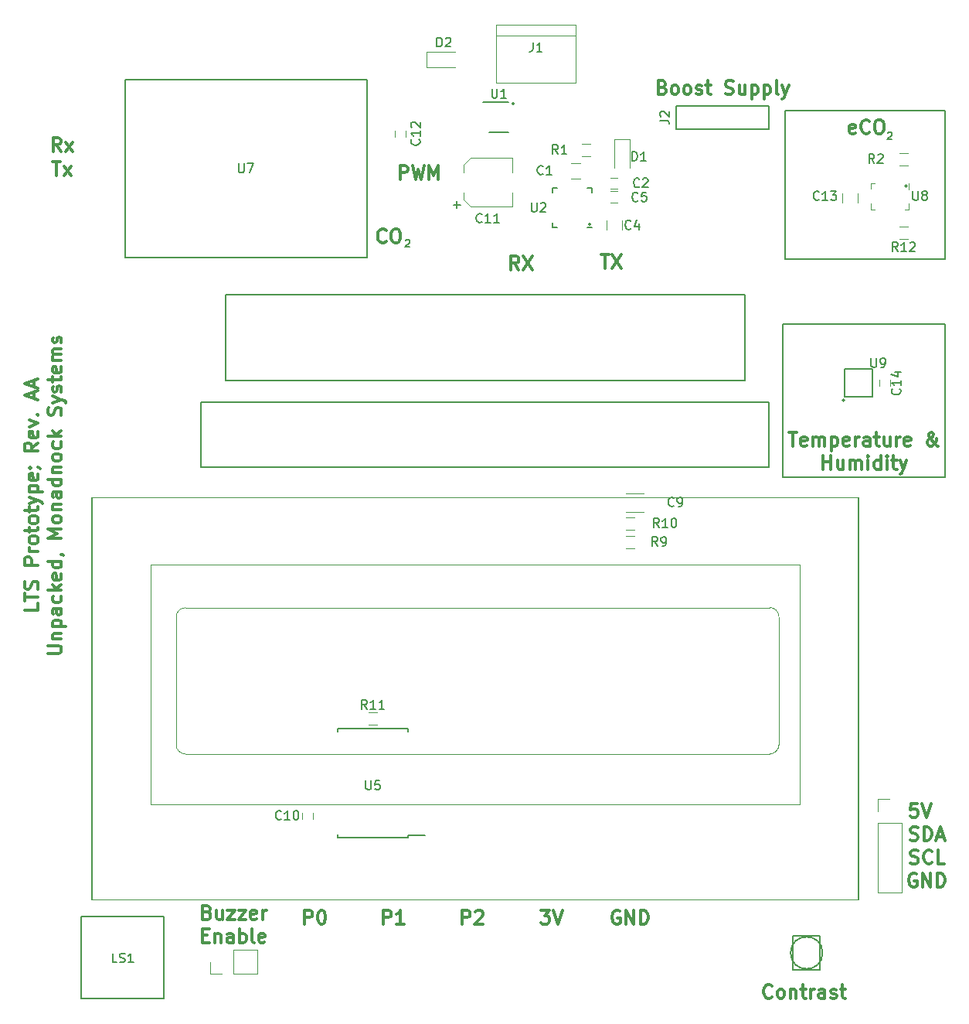
<source format=gbr>
G04 #@! TF.FileFunction,Legend,Top*
%FSLAX46Y46*%
G04 Gerber Fmt 4.6, Leading zero omitted, Abs format (unit mm)*
G04 Created by KiCad (PCBNEW 4.0.7) date Wed Feb 21 09:57:24 2018*
%MOMM*%
%LPD*%
G01*
G04 APERTURE LIST*
%ADD10C,0.025400*%
%ADD11C,0.200000*%
%ADD12C,0.300000*%
%ADD13C,0.190500*%
%ADD14C,0.120000*%
%ADD15C,0.150000*%
%ADD16C,0.100000*%
G04 APERTURE END LIST*
D10*
D11*
X183515000Y-70358000D02*
G75*
G03X183515000Y-70358000I-127000J0D01*
G01*
X190373000Y-46863000D02*
G75*
G03X190373000Y-46863000I-127000J0D01*
G01*
X155702000Y-51054000D02*
G75*
G03X155702000Y-51054000I-127000J0D01*
G01*
X147320000Y-37846000D02*
G75*
G03X147320000Y-37846000I-127000J0D01*
G01*
D12*
X156845143Y-54423571D02*
X157702286Y-54423571D01*
X157273715Y-55923571D02*
X157273715Y-54423571D01*
X158059429Y-54423571D02*
X159059429Y-55923571D01*
X159059429Y-54423571D02*
X158059429Y-55923571D01*
X134798857Y-46144571D02*
X134798857Y-44644571D01*
X135370285Y-44644571D01*
X135513143Y-44716000D01*
X135584571Y-44787429D01*
X135656000Y-44930286D01*
X135656000Y-45144571D01*
X135584571Y-45287429D01*
X135513143Y-45358857D01*
X135370285Y-45430286D01*
X134798857Y-45430286D01*
X136156000Y-44644571D02*
X136513143Y-46144571D01*
X136798857Y-45073143D01*
X137084571Y-46144571D01*
X137441714Y-44644571D01*
X138013143Y-46144571D02*
X138013143Y-44644571D01*
X138513143Y-45716000D01*
X139013143Y-44644571D01*
X139013143Y-46144571D01*
X147832001Y-56050571D02*
X147332001Y-55336286D01*
X146974858Y-56050571D02*
X146974858Y-54550571D01*
X147546286Y-54550571D01*
X147689144Y-54622000D01*
X147760572Y-54693429D01*
X147832001Y-54836286D01*
X147832001Y-55050571D01*
X147760572Y-55193429D01*
X147689144Y-55264857D01*
X147546286Y-55336286D01*
X146974858Y-55336286D01*
X148332001Y-54550571D02*
X149332001Y-56050571D01*
X149332001Y-54550571D02*
X148332001Y-56050571D01*
X96754286Y-44212771D02*
X97611429Y-44212771D01*
X97182858Y-45712771D02*
X97182858Y-44212771D01*
X97968572Y-45712771D02*
X98754286Y-44712771D01*
X97968572Y-44712771D02*
X98754286Y-45712771D01*
X97647143Y-43096571D02*
X97147143Y-42382286D01*
X96790000Y-43096571D02*
X96790000Y-41596571D01*
X97361428Y-41596571D01*
X97504286Y-41668000D01*
X97575714Y-41739429D01*
X97647143Y-41882286D01*
X97647143Y-42096571D01*
X97575714Y-42239429D01*
X97504286Y-42310857D01*
X97361428Y-42382286D01*
X96790000Y-42382286D01*
X98147143Y-43096571D02*
X98932857Y-42096571D01*
X98147143Y-42096571D02*
X98932857Y-43096571D01*
X163608572Y-36087857D02*
X163822858Y-36159286D01*
X163894286Y-36230714D01*
X163965715Y-36373571D01*
X163965715Y-36587857D01*
X163894286Y-36730714D01*
X163822858Y-36802143D01*
X163680000Y-36873571D01*
X163108572Y-36873571D01*
X163108572Y-35373571D01*
X163608572Y-35373571D01*
X163751429Y-35445000D01*
X163822858Y-35516429D01*
X163894286Y-35659286D01*
X163894286Y-35802143D01*
X163822858Y-35945000D01*
X163751429Y-36016429D01*
X163608572Y-36087857D01*
X163108572Y-36087857D01*
X164822858Y-36873571D02*
X164680000Y-36802143D01*
X164608572Y-36730714D01*
X164537143Y-36587857D01*
X164537143Y-36159286D01*
X164608572Y-36016429D01*
X164680000Y-35945000D01*
X164822858Y-35873571D01*
X165037143Y-35873571D01*
X165180000Y-35945000D01*
X165251429Y-36016429D01*
X165322858Y-36159286D01*
X165322858Y-36587857D01*
X165251429Y-36730714D01*
X165180000Y-36802143D01*
X165037143Y-36873571D01*
X164822858Y-36873571D01*
X166180001Y-36873571D02*
X166037143Y-36802143D01*
X165965715Y-36730714D01*
X165894286Y-36587857D01*
X165894286Y-36159286D01*
X165965715Y-36016429D01*
X166037143Y-35945000D01*
X166180001Y-35873571D01*
X166394286Y-35873571D01*
X166537143Y-35945000D01*
X166608572Y-36016429D01*
X166680001Y-36159286D01*
X166680001Y-36587857D01*
X166608572Y-36730714D01*
X166537143Y-36802143D01*
X166394286Y-36873571D01*
X166180001Y-36873571D01*
X167251429Y-36802143D02*
X167394286Y-36873571D01*
X167680001Y-36873571D01*
X167822858Y-36802143D01*
X167894286Y-36659286D01*
X167894286Y-36587857D01*
X167822858Y-36445000D01*
X167680001Y-36373571D01*
X167465715Y-36373571D01*
X167322858Y-36302143D01*
X167251429Y-36159286D01*
X167251429Y-36087857D01*
X167322858Y-35945000D01*
X167465715Y-35873571D01*
X167680001Y-35873571D01*
X167822858Y-35945000D01*
X168322858Y-35873571D02*
X168894287Y-35873571D01*
X168537144Y-35373571D02*
X168537144Y-36659286D01*
X168608572Y-36802143D01*
X168751430Y-36873571D01*
X168894287Y-36873571D01*
X170465715Y-36802143D02*
X170680001Y-36873571D01*
X171037144Y-36873571D01*
X171180001Y-36802143D01*
X171251430Y-36730714D01*
X171322858Y-36587857D01*
X171322858Y-36445000D01*
X171251430Y-36302143D01*
X171180001Y-36230714D01*
X171037144Y-36159286D01*
X170751430Y-36087857D01*
X170608572Y-36016429D01*
X170537144Y-35945000D01*
X170465715Y-35802143D01*
X170465715Y-35659286D01*
X170537144Y-35516429D01*
X170608572Y-35445000D01*
X170751430Y-35373571D01*
X171108572Y-35373571D01*
X171322858Y-35445000D01*
X172608572Y-35873571D02*
X172608572Y-36873571D01*
X171965715Y-35873571D02*
X171965715Y-36659286D01*
X172037143Y-36802143D01*
X172180001Y-36873571D01*
X172394286Y-36873571D01*
X172537143Y-36802143D01*
X172608572Y-36730714D01*
X173322858Y-35873571D02*
X173322858Y-37373571D01*
X173322858Y-35945000D02*
X173465715Y-35873571D01*
X173751429Y-35873571D01*
X173894286Y-35945000D01*
X173965715Y-36016429D01*
X174037144Y-36159286D01*
X174037144Y-36587857D01*
X173965715Y-36730714D01*
X173894286Y-36802143D01*
X173751429Y-36873571D01*
X173465715Y-36873571D01*
X173322858Y-36802143D01*
X174680001Y-35873571D02*
X174680001Y-37373571D01*
X174680001Y-35945000D02*
X174822858Y-35873571D01*
X175108572Y-35873571D01*
X175251429Y-35945000D01*
X175322858Y-36016429D01*
X175394287Y-36159286D01*
X175394287Y-36587857D01*
X175322858Y-36730714D01*
X175251429Y-36802143D01*
X175108572Y-36873571D01*
X174822858Y-36873571D01*
X174680001Y-36802143D01*
X176251430Y-36873571D02*
X176108572Y-36802143D01*
X176037144Y-36659286D01*
X176037144Y-35373571D01*
X176680001Y-35873571D02*
X177037144Y-36873571D01*
X177394286Y-35873571D02*
X177037144Y-36873571D01*
X176894286Y-37230714D01*
X176822858Y-37302143D01*
X176680001Y-37373571D01*
X95161571Y-92593427D02*
X95161571Y-93307713D01*
X93661571Y-93307713D01*
X93661571Y-92307713D02*
X93661571Y-91450570D01*
X95161571Y-91879141D02*
X93661571Y-91879141D01*
X95090143Y-91021999D02*
X95161571Y-90807713D01*
X95161571Y-90450570D01*
X95090143Y-90307713D01*
X95018714Y-90236284D01*
X94875857Y-90164856D01*
X94733000Y-90164856D01*
X94590143Y-90236284D01*
X94518714Y-90307713D01*
X94447286Y-90450570D01*
X94375857Y-90736284D01*
X94304429Y-90879142D01*
X94233000Y-90950570D01*
X94090143Y-91021999D01*
X93947286Y-91021999D01*
X93804429Y-90950570D01*
X93733000Y-90879142D01*
X93661571Y-90736284D01*
X93661571Y-90379142D01*
X93733000Y-90164856D01*
X95161571Y-88379142D02*
X93661571Y-88379142D01*
X93661571Y-87807714D01*
X93733000Y-87664856D01*
X93804429Y-87593428D01*
X93947286Y-87521999D01*
X94161571Y-87521999D01*
X94304429Y-87593428D01*
X94375857Y-87664856D01*
X94447286Y-87807714D01*
X94447286Y-88379142D01*
X95161571Y-86879142D02*
X94161571Y-86879142D01*
X94447286Y-86879142D02*
X94304429Y-86807714D01*
X94233000Y-86736285D01*
X94161571Y-86593428D01*
X94161571Y-86450571D01*
X95161571Y-85736285D02*
X95090143Y-85879143D01*
X95018714Y-85950571D01*
X94875857Y-86022000D01*
X94447286Y-86022000D01*
X94304429Y-85950571D01*
X94233000Y-85879143D01*
X94161571Y-85736285D01*
X94161571Y-85522000D01*
X94233000Y-85379143D01*
X94304429Y-85307714D01*
X94447286Y-85236285D01*
X94875857Y-85236285D01*
X95018714Y-85307714D01*
X95090143Y-85379143D01*
X95161571Y-85522000D01*
X95161571Y-85736285D01*
X94161571Y-84807714D02*
X94161571Y-84236285D01*
X93661571Y-84593428D02*
X94947286Y-84593428D01*
X95090143Y-84522000D01*
X95161571Y-84379142D01*
X95161571Y-84236285D01*
X95161571Y-83521999D02*
X95090143Y-83664857D01*
X95018714Y-83736285D01*
X94875857Y-83807714D01*
X94447286Y-83807714D01*
X94304429Y-83736285D01*
X94233000Y-83664857D01*
X94161571Y-83521999D01*
X94161571Y-83307714D01*
X94233000Y-83164857D01*
X94304429Y-83093428D01*
X94447286Y-83021999D01*
X94875857Y-83021999D01*
X95018714Y-83093428D01*
X95090143Y-83164857D01*
X95161571Y-83307714D01*
X95161571Y-83521999D01*
X94161571Y-82593428D02*
X94161571Y-82021999D01*
X93661571Y-82379142D02*
X94947286Y-82379142D01*
X95090143Y-82307714D01*
X95161571Y-82164856D01*
X95161571Y-82021999D01*
X94161571Y-81664856D02*
X95161571Y-81307713D01*
X94161571Y-80950571D02*
X95161571Y-81307713D01*
X95518714Y-81450571D01*
X95590143Y-81521999D01*
X95661571Y-81664856D01*
X94161571Y-80379142D02*
X95661571Y-80379142D01*
X94233000Y-80379142D02*
X94161571Y-80236285D01*
X94161571Y-79950571D01*
X94233000Y-79807714D01*
X94304429Y-79736285D01*
X94447286Y-79664856D01*
X94875857Y-79664856D01*
X95018714Y-79736285D01*
X95090143Y-79807714D01*
X95161571Y-79950571D01*
X95161571Y-80236285D01*
X95090143Y-80379142D01*
X95090143Y-78450571D02*
X95161571Y-78593428D01*
X95161571Y-78879142D01*
X95090143Y-79021999D01*
X94947286Y-79093428D01*
X94375857Y-79093428D01*
X94233000Y-79021999D01*
X94161571Y-78879142D01*
X94161571Y-78593428D01*
X94233000Y-78450571D01*
X94375857Y-78379142D01*
X94518714Y-78379142D01*
X94661571Y-79093428D01*
X95090143Y-77664857D02*
X95161571Y-77664857D01*
X95304429Y-77736285D01*
X95375857Y-77807714D01*
X94233000Y-77736285D02*
X94304429Y-77664857D01*
X94375857Y-77736285D01*
X94304429Y-77807714D01*
X94233000Y-77736285D01*
X94375857Y-77736285D01*
X95161571Y-75021999D02*
X94447286Y-75521999D01*
X95161571Y-75879142D02*
X93661571Y-75879142D01*
X93661571Y-75307714D01*
X93733000Y-75164856D01*
X93804429Y-75093428D01*
X93947286Y-75021999D01*
X94161571Y-75021999D01*
X94304429Y-75093428D01*
X94375857Y-75164856D01*
X94447286Y-75307714D01*
X94447286Y-75879142D01*
X95090143Y-73807714D02*
X95161571Y-73950571D01*
X95161571Y-74236285D01*
X95090143Y-74379142D01*
X94947286Y-74450571D01*
X94375857Y-74450571D01*
X94233000Y-74379142D01*
X94161571Y-74236285D01*
X94161571Y-73950571D01*
X94233000Y-73807714D01*
X94375857Y-73736285D01*
X94518714Y-73736285D01*
X94661571Y-74450571D01*
X94161571Y-73236285D02*
X95161571Y-72879142D01*
X94161571Y-72522000D01*
X95018714Y-71950571D02*
X95090143Y-71879143D01*
X95161571Y-71950571D01*
X95090143Y-72022000D01*
X95018714Y-71950571D01*
X95161571Y-71950571D01*
X94733000Y-70164857D02*
X94733000Y-69450571D01*
X95161571Y-70307714D02*
X93661571Y-69807714D01*
X95161571Y-69307714D01*
X94733000Y-68879143D02*
X94733000Y-68164857D01*
X95161571Y-69022000D02*
X93661571Y-68522000D01*
X95161571Y-68022000D01*
X96211571Y-98057715D02*
X97425857Y-98057715D01*
X97568714Y-97986287D01*
X97640143Y-97914858D01*
X97711571Y-97772001D01*
X97711571Y-97486287D01*
X97640143Y-97343429D01*
X97568714Y-97272001D01*
X97425857Y-97200572D01*
X96211571Y-97200572D01*
X96711571Y-96486286D02*
X97711571Y-96486286D01*
X96854429Y-96486286D02*
X96783000Y-96414858D01*
X96711571Y-96272000D01*
X96711571Y-96057715D01*
X96783000Y-95914858D01*
X96925857Y-95843429D01*
X97711571Y-95843429D01*
X96711571Y-95129143D02*
X98211571Y-95129143D01*
X96783000Y-95129143D02*
X96711571Y-94986286D01*
X96711571Y-94700572D01*
X96783000Y-94557715D01*
X96854429Y-94486286D01*
X96997286Y-94414857D01*
X97425857Y-94414857D01*
X97568714Y-94486286D01*
X97640143Y-94557715D01*
X97711571Y-94700572D01*
X97711571Y-94986286D01*
X97640143Y-95129143D01*
X97711571Y-93129143D02*
X96925857Y-93129143D01*
X96783000Y-93200572D01*
X96711571Y-93343429D01*
X96711571Y-93629143D01*
X96783000Y-93772000D01*
X97640143Y-93129143D02*
X97711571Y-93272000D01*
X97711571Y-93629143D01*
X97640143Y-93772000D01*
X97497286Y-93843429D01*
X97354429Y-93843429D01*
X97211571Y-93772000D01*
X97140143Y-93629143D01*
X97140143Y-93272000D01*
X97068714Y-93129143D01*
X97640143Y-91772000D02*
X97711571Y-91914857D01*
X97711571Y-92200571D01*
X97640143Y-92343429D01*
X97568714Y-92414857D01*
X97425857Y-92486286D01*
X96997286Y-92486286D01*
X96854429Y-92414857D01*
X96783000Y-92343429D01*
X96711571Y-92200571D01*
X96711571Y-91914857D01*
X96783000Y-91772000D01*
X97711571Y-91129143D02*
X96211571Y-91129143D01*
X97140143Y-90986286D02*
X97711571Y-90557715D01*
X96711571Y-90557715D02*
X97283000Y-91129143D01*
X97640143Y-89343429D02*
X97711571Y-89486286D01*
X97711571Y-89772000D01*
X97640143Y-89914857D01*
X97497286Y-89986286D01*
X96925857Y-89986286D01*
X96783000Y-89914857D01*
X96711571Y-89772000D01*
X96711571Y-89486286D01*
X96783000Y-89343429D01*
X96925857Y-89272000D01*
X97068714Y-89272000D01*
X97211571Y-89986286D01*
X97711571Y-87986286D02*
X96211571Y-87986286D01*
X97640143Y-87986286D02*
X97711571Y-88129143D01*
X97711571Y-88414857D01*
X97640143Y-88557715D01*
X97568714Y-88629143D01*
X97425857Y-88700572D01*
X96997286Y-88700572D01*
X96854429Y-88629143D01*
X96783000Y-88557715D01*
X96711571Y-88414857D01*
X96711571Y-88129143D01*
X96783000Y-87986286D01*
X97640143Y-87200572D02*
X97711571Y-87200572D01*
X97854429Y-87272000D01*
X97925857Y-87343429D01*
X97711571Y-85414857D02*
X96211571Y-85414857D01*
X97283000Y-84914857D01*
X96211571Y-84414857D01*
X97711571Y-84414857D01*
X97711571Y-83486285D02*
X97640143Y-83629143D01*
X97568714Y-83700571D01*
X97425857Y-83772000D01*
X96997286Y-83772000D01*
X96854429Y-83700571D01*
X96783000Y-83629143D01*
X96711571Y-83486285D01*
X96711571Y-83272000D01*
X96783000Y-83129143D01*
X96854429Y-83057714D01*
X96997286Y-82986285D01*
X97425857Y-82986285D01*
X97568714Y-83057714D01*
X97640143Y-83129143D01*
X97711571Y-83272000D01*
X97711571Y-83486285D01*
X96711571Y-82343428D02*
X97711571Y-82343428D01*
X96854429Y-82343428D02*
X96783000Y-82272000D01*
X96711571Y-82129142D01*
X96711571Y-81914857D01*
X96783000Y-81772000D01*
X96925857Y-81700571D01*
X97711571Y-81700571D01*
X97711571Y-80343428D02*
X96925857Y-80343428D01*
X96783000Y-80414857D01*
X96711571Y-80557714D01*
X96711571Y-80843428D01*
X96783000Y-80986285D01*
X97640143Y-80343428D02*
X97711571Y-80486285D01*
X97711571Y-80843428D01*
X97640143Y-80986285D01*
X97497286Y-81057714D01*
X97354429Y-81057714D01*
X97211571Y-80986285D01*
X97140143Y-80843428D01*
X97140143Y-80486285D01*
X97068714Y-80343428D01*
X97711571Y-78986285D02*
X96211571Y-78986285D01*
X97640143Y-78986285D02*
X97711571Y-79129142D01*
X97711571Y-79414856D01*
X97640143Y-79557714D01*
X97568714Y-79629142D01*
X97425857Y-79700571D01*
X96997286Y-79700571D01*
X96854429Y-79629142D01*
X96783000Y-79557714D01*
X96711571Y-79414856D01*
X96711571Y-79129142D01*
X96783000Y-78986285D01*
X96711571Y-78271999D02*
X97711571Y-78271999D01*
X96854429Y-78271999D02*
X96783000Y-78200571D01*
X96711571Y-78057713D01*
X96711571Y-77843428D01*
X96783000Y-77700571D01*
X96925857Y-77629142D01*
X97711571Y-77629142D01*
X97711571Y-76700570D02*
X97640143Y-76843428D01*
X97568714Y-76914856D01*
X97425857Y-76986285D01*
X96997286Y-76986285D01*
X96854429Y-76914856D01*
X96783000Y-76843428D01*
X96711571Y-76700570D01*
X96711571Y-76486285D01*
X96783000Y-76343428D01*
X96854429Y-76271999D01*
X96997286Y-76200570D01*
X97425857Y-76200570D01*
X97568714Y-76271999D01*
X97640143Y-76343428D01*
X97711571Y-76486285D01*
X97711571Y-76700570D01*
X97640143Y-74914856D02*
X97711571Y-75057713D01*
X97711571Y-75343427D01*
X97640143Y-75486285D01*
X97568714Y-75557713D01*
X97425857Y-75629142D01*
X96997286Y-75629142D01*
X96854429Y-75557713D01*
X96783000Y-75486285D01*
X96711571Y-75343427D01*
X96711571Y-75057713D01*
X96783000Y-74914856D01*
X97711571Y-74271999D02*
X96211571Y-74271999D01*
X97140143Y-74129142D02*
X97711571Y-73700571D01*
X96711571Y-73700571D02*
X97283000Y-74271999D01*
X97640143Y-71986285D02*
X97711571Y-71771999D01*
X97711571Y-71414856D01*
X97640143Y-71271999D01*
X97568714Y-71200570D01*
X97425857Y-71129142D01*
X97283000Y-71129142D01*
X97140143Y-71200570D01*
X97068714Y-71271999D01*
X96997286Y-71414856D01*
X96925857Y-71700570D01*
X96854429Y-71843428D01*
X96783000Y-71914856D01*
X96640143Y-71986285D01*
X96497286Y-71986285D01*
X96354429Y-71914856D01*
X96283000Y-71843428D01*
X96211571Y-71700570D01*
X96211571Y-71343428D01*
X96283000Y-71129142D01*
X96711571Y-70629142D02*
X97711571Y-70271999D01*
X96711571Y-69914857D02*
X97711571Y-70271999D01*
X98068714Y-70414857D01*
X98140143Y-70486285D01*
X98211571Y-70629142D01*
X97640143Y-69414857D02*
X97711571Y-69272000D01*
X97711571Y-68986285D01*
X97640143Y-68843428D01*
X97497286Y-68772000D01*
X97425857Y-68772000D01*
X97283000Y-68843428D01*
X97211571Y-68986285D01*
X97211571Y-69200571D01*
X97140143Y-69343428D01*
X96997286Y-69414857D01*
X96925857Y-69414857D01*
X96783000Y-69343428D01*
X96711571Y-69200571D01*
X96711571Y-68986285D01*
X96783000Y-68843428D01*
X96711571Y-68343428D02*
X96711571Y-67771999D01*
X96211571Y-68129142D02*
X97497286Y-68129142D01*
X97640143Y-68057714D01*
X97711571Y-67914856D01*
X97711571Y-67771999D01*
X97640143Y-66700571D02*
X97711571Y-66843428D01*
X97711571Y-67129142D01*
X97640143Y-67271999D01*
X97497286Y-67343428D01*
X96925857Y-67343428D01*
X96783000Y-67271999D01*
X96711571Y-67129142D01*
X96711571Y-66843428D01*
X96783000Y-66700571D01*
X96925857Y-66629142D01*
X97068714Y-66629142D01*
X97211571Y-67343428D01*
X97711571Y-65986285D02*
X96711571Y-65986285D01*
X96854429Y-65986285D02*
X96783000Y-65914857D01*
X96711571Y-65771999D01*
X96711571Y-65557714D01*
X96783000Y-65414857D01*
X96925857Y-65343428D01*
X97711571Y-65343428D01*
X96925857Y-65343428D02*
X96783000Y-65271999D01*
X96711571Y-65129142D01*
X96711571Y-64914857D01*
X96783000Y-64771999D01*
X96925857Y-64700571D01*
X97711571Y-64700571D01*
X97640143Y-64057714D02*
X97711571Y-63914857D01*
X97711571Y-63629142D01*
X97640143Y-63486285D01*
X97497286Y-63414857D01*
X97425857Y-63414857D01*
X97283000Y-63486285D01*
X97211571Y-63629142D01*
X97211571Y-63843428D01*
X97140143Y-63986285D01*
X96997286Y-64057714D01*
X96925857Y-64057714D01*
X96783000Y-63986285D01*
X96711571Y-63843428D01*
X96711571Y-63629142D01*
X96783000Y-63486285D01*
D11*
X194564000Y-61976000D02*
X192786000Y-61976000D01*
X194564000Y-78740000D02*
X194564000Y-76454000D01*
X191262000Y-78740000D02*
X194564000Y-78740000D01*
X176784000Y-78740000D02*
X176784000Y-76454000D01*
X176784000Y-61976000D02*
X178308000Y-61976000D01*
D12*
X158877143Y-126250000D02*
X158734286Y-126178571D01*
X158520000Y-126178571D01*
X158305715Y-126250000D01*
X158162857Y-126392857D01*
X158091429Y-126535714D01*
X158020000Y-126821429D01*
X158020000Y-127035714D01*
X158091429Y-127321429D01*
X158162857Y-127464286D01*
X158305715Y-127607143D01*
X158520000Y-127678571D01*
X158662857Y-127678571D01*
X158877143Y-127607143D01*
X158948572Y-127535714D01*
X158948572Y-127035714D01*
X158662857Y-127035714D01*
X159591429Y-127678571D02*
X159591429Y-126178571D01*
X160448572Y-127678571D01*
X160448572Y-126178571D01*
X161162858Y-127678571D02*
X161162858Y-126178571D01*
X161520001Y-126178571D01*
X161734286Y-126250000D01*
X161877144Y-126392857D01*
X161948572Y-126535714D01*
X162020001Y-126821429D01*
X162020001Y-127035714D01*
X161948572Y-127321429D01*
X161877144Y-127464286D01*
X161734286Y-127607143D01*
X161520001Y-127678571D01*
X161162858Y-127678571D01*
X150241144Y-126178571D02*
X151169715Y-126178571D01*
X150669715Y-126750000D01*
X150884001Y-126750000D01*
X151026858Y-126821429D01*
X151098287Y-126892857D01*
X151169715Y-127035714D01*
X151169715Y-127392857D01*
X151098287Y-127535714D01*
X151026858Y-127607143D01*
X150884001Y-127678571D01*
X150455429Y-127678571D01*
X150312572Y-127607143D01*
X150241144Y-127535714D01*
X151598286Y-126178571D02*
X152098286Y-127678571D01*
X152598286Y-126178571D01*
X141640858Y-127678571D02*
X141640858Y-126178571D01*
X142212286Y-126178571D01*
X142355144Y-126250000D01*
X142426572Y-126321429D01*
X142498001Y-126464286D01*
X142498001Y-126678571D01*
X142426572Y-126821429D01*
X142355144Y-126892857D01*
X142212286Y-126964286D01*
X141640858Y-126964286D01*
X143069429Y-126321429D02*
X143140858Y-126250000D01*
X143283715Y-126178571D01*
X143640858Y-126178571D01*
X143783715Y-126250000D01*
X143855144Y-126321429D01*
X143926572Y-126464286D01*
X143926572Y-126607143D01*
X143855144Y-126821429D01*
X142998001Y-127678571D01*
X143926572Y-127678571D01*
X133004858Y-127678571D02*
X133004858Y-126178571D01*
X133576286Y-126178571D01*
X133719144Y-126250000D01*
X133790572Y-126321429D01*
X133862001Y-126464286D01*
X133862001Y-126678571D01*
X133790572Y-126821429D01*
X133719144Y-126892857D01*
X133576286Y-126964286D01*
X133004858Y-126964286D01*
X135290572Y-127678571D02*
X134433429Y-127678571D01*
X134862001Y-127678571D02*
X134862001Y-126178571D01*
X134719144Y-126392857D01*
X134576286Y-126535714D01*
X134433429Y-126607143D01*
X124368858Y-127678571D02*
X124368858Y-126178571D01*
X124940286Y-126178571D01*
X125083144Y-126250000D01*
X125154572Y-126321429D01*
X125226001Y-126464286D01*
X125226001Y-126678571D01*
X125154572Y-126821429D01*
X125083144Y-126892857D01*
X124940286Y-126964286D01*
X124368858Y-126964286D01*
X126154572Y-126178571D02*
X126297429Y-126178571D01*
X126440286Y-126250000D01*
X126511715Y-126321429D01*
X126583144Y-126464286D01*
X126654572Y-126750000D01*
X126654572Y-127107143D01*
X126583144Y-127392857D01*
X126511715Y-127535714D01*
X126440286Y-127607143D01*
X126297429Y-127678571D01*
X126154572Y-127678571D01*
X126011715Y-127607143D01*
X125940286Y-127535714D01*
X125868858Y-127392857D01*
X125797429Y-127107143D01*
X125797429Y-126750000D01*
X125868858Y-126464286D01*
X125940286Y-126321429D01*
X126011715Y-126250000D01*
X126154572Y-126178571D01*
D13*
X135418286Y-52842886D02*
X135454572Y-52806600D01*
X135527143Y-52770314D01*
X135708572Y-52770314D01*
X135781143Y-52806600D01*
X135817429Y-52842886D01*
X135853714Y-52915457D01*
X135853714Y-52988029D01*
X135817429Y-53096886D01*
X135382000Y-53532314D01*
X135853714Y-53532314D01*
D12*
X133282572Y-52961314D02*
X133211143Y-53032743D01*
X132996857Y-53104171D01*
X132854000Y-53104171D01*
X132639715Y-53032743D01*
X132496857Y-52889886D01*
X132425429Y-52747029D01*
X132354000Y-52461314D01*
X132354000Y-52247029D01*
X132425429Y-51961314D01*
X132496857Y-51818457D01*
X132639715Y-51675600D01*
X132854000Y-51604171D01*
X132996857Y-51604171D01*
X133211143Y-51675600D01*
X133282572Y-51747029D01*
X134211143Y-51604171D02*
X134496857Y-51604171D01*
X134639715Y-51675600D01*
X134782572Y-51818457D01*
X134854000Y-52104171D01*
X134854000Y-52604171D01*
X134782572Y-52889886D01*
X134639715Y-53032743D01*
X134496857Y-53104171D01*
X134211143Y-53104171D01*
X134068286Y-53032743D01*
X133925429Y-52889886D01*
X133854000Y-52604171D01*
X133854000Y-52104171D01*
X133925429Y-51818457D01*
X134068286Y-51675600D01*
X134211143Y-51604171D01*
D11*
X194564000Y-38608000D02*
X177038000Y-38608000D01*
X194564000Y-54864000D02*
X194564000Y-38608000D01*
X177038000Y-54864000D02*
X194564000Y-54864000D01*
X177038000Y-38608000D02*
X177038000Y-54864000D01*
D12*
X177424001Y-73849571D02*
X178281144Y-73849571D01*
X177852573Y-75349571D02*
X177852573Y-73849571D01*
X179352572Y-75278143D02*
X179209715Y-75349571D01*
X178924001Y-75349571D01*
X178781144Y-75278143D01*
X178709715Y-75135286D01*
X178709715Y-74563857D01*
X178781144Y-74421000D01*
X178924001Y-74349571D01*
X179209715Y-74349571D01*
X179352572Y-74421000D01*
X179424001Y-74563857D01*
X179424001Y-74706714D01*
X178709715Y-74849571D01*
X180066858Y-75349571D02*
X180066858Y-74349571D01*
X180066858Y-74492429D02*
X180138286Y-74421000D01*
X180281144Y-74349571D01*
X180495429Y-74349571D01*
X180638286Y-74421000D01*
X180709715Y-74563857D01*
X180709715Y-75349571D01*
X180709715Y-74563857D02*
X180781144Y-74421000D01*
X180924001Y-74349571D01*
X181138286Y-74349571D01*
X181281144Y-74421000D01*
X181352572Y-74563857D01*
X181352572Y-75349571D01*
X182066858Y-74349571D02*
X182066858Y-75849571D01*
X182066858Y-74421000D02*
X182209715Y-74349571D01*
X182495429Y-74349571D01*
X182638286Y-74421000D01*
X182709715Y-74492429D01*
X182781144Y-74635286D01*
X182781144Y-75063857D01*
X182709715Y-75206714D01*
X182638286Y-75278143D01*
X182495429Y-75349571D01*
X182209715Y-75349571D01*
X182066858Y-75278143D01*
X183995429Y-75278143D02*
X183852572Y-75349571D01*
X183566858Y-75349571D01*
X183424001Y-75278143D01*
X183352572Y-75135286D01*
X183352572Y-74563857D01*
X183424001Y-74421000D01*
X183566858Y-74349571D01*
X183852572Y-74349571D01*
X183995429Y-74421000D01*
X184066858Y-74563857D01*
X184066858Y-74706714D01*
X183352572Y-74849571D01*
X184709715Y-75349571D02*
X184709715Y-74349571D01*
X184709715Y-74635286D02*
X184781143Y-74492429D01*
X184852572Y-74421000D01*
X184995429Y-74349571D01*
X185138286Y-74349571D01*
X186281143Y-75349571D02*
X186281143Y-74563857D01*
X186209714Y-74421000D01*
X186066857Y-74349571D01*
X185781143Y-74349571D01*
X185638286Y-74421000D01*
X186281143Y-75278143D02*
X186138286Y-75349571D01*
X185781143Y-75349571D01*
X185638286Y-75278143D01*
X185566857Y-75135286D01*
X185566857Y-74992429D01*
X185638286Y-74849571D01*
X185781143Y-74778143D01*
X186138286Y-74778143D01*
X186281143Y-74706714D01*
X186781143Y-74349571D02*
X187352572Y-74349571D01*
X186995429Y-73849571D02*
X186995429Y-75135286D01*
X187066857Y-75278143D01*
X187209715Y-75349571D01*
X187352572Y-75349571D01*
X188495429Y-74349571D02*
X188495429Y-75349571D01*
X187852572Y-74349571D02*
X187852572Y-75135286D01*
X187924000Y-75278143D01*
X188066858Y-75349571D01*
X188281143Y-75349571D01*
X188424000Y-75278143D01*
X188495429Y-75206714D01*
X189209715Y-75349571D02*
X189209715Y-74349571D01*
X189209715Y-74635286D02*
X189281143Y-74492429D01*
X189352572Y-74421000D01*
X189495429Y-74349571D01*
X189638286Y-74349571D01*
X190709714Y-75278143D02*
X190566857Y-75349571D01*
X190281143Y-75349571D01*
X190138286Y-75278143D01*
X190066857Y-75135286D01*
X190066857Y-74563857D01*
X190138286Y-74421000D01*
X190281143Y-74349571D01*
X190566857Y-74349571D01*
X190709714Y-74421000D01*
X190781143Y-74563857D01*
X190781143Y-74706714D01*
X190066857Y-74849571D01*
X193781143Y-75349571D02*
X193709714Y-75349571D01*
X193566857Y-75278143D01*
X193352571Y-75063857D01*
X192995428Y-74635286D01*
X192852571Y-74421000D01*
X192781143Y-74206714D01*
X192781143Y-74063857D01*
X192852571Y-73921000D01*
X192995428Y-73849571D01*
X193066857Y-73849571D01*
X193209714Y-73921000D01*
X193281143Y-74063857D01*
X193281143Y-74135286D01*
X193209714Y-74278143D01*
X193138285Y-74349571D01*
X192709714Y-74635286D01*
X192638285Y-74706714D01*
X192566857Y-74849571D01*
X192566857Y-75063857D01*
X192638285Y-75206714D01*
X192709714Y-75278143D01*
X192852571Y-75349571D01*
X193066857Y-75349571D01*
X193209714Y-75278143D01*
X193281143Y-75206714D01*
X193495428Y-74921000D01*
X193566857Y-74706714D01*
X193566857Y-74563857D01*
X181174000Y-77899571D02*
X181174000Y-76399571D01*
X181174000Y-77113857D02*
X182031143Y-77113857D01*
X182031143Y-77899571D02*
X182031143Y-76399571D01*
X183388286Y-76899571D02*
X183388286Y-77899571D01*
X182745429Y-76899571D02*
X182745429Y-77685286D01*
X182816857Y-77828143D01*
X182959715Y-77899571D01*
X183174000Y-77899571D01*
X183316857Y-77828143D01*
X183388286Y-77756714D01*
X184102572Y-77899571D02*
X184102572Y-76899571D01*
X184102572Y-77042429D02*
X184174000Y-76971000D01*
X184316858Y-76899571D01*
X184531143Y-76899571D01*
X184674000Y-76971000D01*
X184745429Y-77113857D01*
X184745429Y-77899571D01*
X184745429Y-77113857D02*
X184816858Y-76971000D01*
X184959715Y-76899571D01*
X185174000Y-76899571D01*
X185316858Y-76971000D01*
X185388286Y-77113857D01*
X185388286Y-77899571D01*
X186102572Y-77899571D02*
X186102572Y-76899571D01*
X186102572Y-76399571D02*
X186031143Y-76471000D01*
X186102572Y-76542429D01*
X186174000Y-76471000D01*
X186102572Y-76399571D01*
X186102572Y-76542429D01*
X187459715Y-77899571D02*
X187459715Y-76399571D01*
X187459715Y-77828143D02*
X187316858Y-77899571D01*
X187031144Y-77899571D01*
X186888286Y-77828143D01*
X186816858Y-77756714D01*
X186745429Y-77613857D01*
X186745429Y-77185286D01*
X186816858Y-77042429D01*
X186888286Y-76971000D01*
X187031144Y-76899571D01*
X187316858Y-76899571D01*
X187459715Y-76971000D01*
X188174001Y-77899571D02*
X188174001Y-76899571D01*
X188174001Y-76399571D02*
X188102572Y-76471000D01*
X188174001Y-76542429D01*
X188245429Y-76471000D01*
X188174001Y-76399571D01*
X188174001Y-76542429D01*
X188674001Y-76899571D02*
X189245430Y-76899571D01*
X188888287Y-76399571D02*
X188888287Y-77685286D01*
X188959715Y-77828143D01*
X189102573Y-77899571D01*
X189245430Y-77899571D01*
X189602573Y-76899571D02*
X189959716Y-77899571D01*
X190316858Y-76899571D02*
X189959716Y-77899571D01*
X189816858Y-78256714D01*
X189745430Y-78328143D01*
X189602573Y-78399571D01*
D11*
X176784000Y-76454000D02*
X176784000Y-61976000D01*
X191262000Y-78740000D02*
X176784000Y-78740000D01*
X194564000Y-61976000D02*
X194564000Y-76454000D01*
X178308000Y-61976000D02*
X192786000Y-61976000D01*
D13*
X188250286Y-41057286D02*
X188286572Y-41021000D01*
X188359143Y-40984714D01*
X188540572Y-40984714D01*
X188613143Y-41021000D01*
X188649429Y-41057286D01*
X188685714Y-41129857D01*
X188685714Y-41202429D01*
X188649429Y-41311286D01*
X188214000Y-41746714D01*
X188685714Y-41746714D01*
D12*
X184678000Y-41069343D02*
X184535143Y-41140771D01*
X184249429Y-41140771D01*
X184106572Y-41069343D01*
X184035143Y-40926486D01*
X184035143Y-40355057D01*
X184106572Y-40212200D01*
X184249429Y-40140771D01*
X184535143Y-40140771D01*
X184678000Y-40212200D01*
X184749429Y-40355057D01*
X184749429Y-40497914D01*
X184035143Y-40640771D01*
X186249429Y-40997914D02*
X186178000Y-41069343D01*
X185963714Y-41140771D01*
X185820857Y-41140771D01*
X185606572Y-41069343D01*
X185463714Y-40926486D01*
X185392286Y-40783629D01*
X185320857Y-40497914D01*
X185320857Y-40283629D01*
X185392286Y-39997914D01*
X185463714Y-39855057D01*
X185606572Y-39712200D01*
X185820857Y-39640771D01*
X185963714Y-39640771D01*
X186178000Y-39712200D01*
X186249429Y-39783629D01*
X187178000Y-39640771D02*
X187463714Y-39640771D01*
X187606572Y-39712200D01*
X187749429Y-39855057D01*
X187820857Y-40140771D01*
X187820857Y-40640771D01*
X187749429Y-40926486D01*
X187606572Y-41069343D01*
X187463714Y-41140771D01*
X187178000Y-41140771D01*
X187035143Y-41069343D01*
X186892286Y-40926486D01*
X186820857Y-40640771D01*
X186820857Y-40140771D01*
X186892286Y-39855057D01*
X187035143Y-39712200D01*
X187178000Y-39640771D01*
X175570000Y-135663714D02*
X175498571Y-135735143D01*
X175284285Y-135806571D01*
X175141428Y-135806571D01*
X174927143Y-135735143D01*
X174784285Y-135592286D01*
X174712857Y-135449429D01*
X174641428Y-135163714D01*
X174641428Y-134949429D01*
X174712857Y-134663714D01*
X174784285Y-134520857D01*
X174927143Y-134378000D01*
X175141428Y-134306571D01*
X175284285Y-134306571D01*
X175498571Y-134378000D01*
X175570000Y-134449429D01*
X176427143Y-135806571D02*
X176284285Y-135735143D01*
X176212857Y-135663714D01*
X176141428Y-135520857D01*
X176141428Y-135092286D01*
X176212857Y-134949429D01*
X176284285Y-134878000D01*
X176427143Y-134806571D01*
X176641428Y-134806571D01*
X176784285Y-134878000D01*
X176855714Y-134949429D01*
X176927143Y-135092286D01*
X176927143Y-135520857D01*
X176855714Y-135663714D01*
X176784285Y-135735143D01*
X176641428Y-135806571D01*
X176427143Y-135806571D01*
X177570000Y-134806571D02*
X177570000Y-135806571D01*
X177570000Y-134949429D02*
X177641428Y-134878000D01*
X177784286Y-134806571D01*
X177998571Y-134806571D01*
X178141428Y-134878000D01*
X178212857Y-135020857D01*
X178212857Y-135806571D01*
X178712857Y-134806571D02*
X179284286Y-134806571D01*
X178927143Y-134306571D02*
X178927143Y-135592286D01*
X178998571Y-135735143D01*
X179141429Y-135806571D01*
X179284286Y-135806571D01*
X179784286Y-135806571D02*
X179784286Y-134806571D01*
X179784286Y-135092286D02*
X179855714Y-134949429D01*
X179927143Y-134878000D01*
X180070000Y-134806571D01*
X180212857Y-134806571D01*
X181355714Y-135806571D02*
X181355714Y-135020857D01*
X181284285Y-134878000D01*
X181141428Y-134806571D01*
X180855714Y-134806571D01*
X180712857Y-134878000D01*
X181355714Y-135735143D02*
X181212857Y-135806571D01*
X180855714Y-135806571D01*
X180712857Y-135735143D01*
X180641428Y-135592286D01*
X180641428Y-135449429D01*
X180712857Y-135306571D01*
X180855714Y-135235143D01*
X181212857Y-135235143D01*
X181355714Y-135163714D01*
X181998571Y-135735143D02*
X182141428Y-135806571D01*
X182427143Y-135806571D01*
X182570000Y-135735143D01*
X182641428Y-135592286D01*
X182641428Y-135520857D01*
X182570000Y-135378000D01*
X182427143Y-135306571D01*
X182212857Y-135306571D01*
X182070000Y-135235143D01*
X181998571Y-135092286D01*
X181998571Y-135020857D01*
X182070000Y-134878000D01*
X182212857Y-134806571D01*
X182427143Y-134806571D01*
X182570000Y-134878000D01*
X183070000Y-134806571D02*
X183641429Y-134806571D01*
X183284286Y-134306571D02*
X183284286Y-135592286D01*
X183355714Y-135735143D01*
X183498572Y-135806571D01*
X183641429Y-135806571D01*
X191389143Y-122186000D02*
X191246286Y-122114571D01*
X191032000Y-122114571D01*
X190817715Y-122186000D01*
X190674857Y-122328857D01*
X190603429Y-122471714D01*
X190532000Y-122757429D01*
X190532000Y-122971714D01*
X190603429Y-123257429D01*
X190674857Y-123400286D01*
X190817715Y-123543143D01*
X191032000Y-123614571D01*
X191174857Y-123614571D01*
X191389143Y-123543143D01*
X191460572Y-123471714D01*
X191460572Y-122971714D01*
X191174857Y-122971714D01*
X192103429Y-123614571D02*
X192103429Y-122114571D01*
X192960572Y-123614571D01*
X192960572Y-122114571D01*
X193674858Y-123614571D02*
X193674858Y-122114571D01*
X194032001Y-122114571D01*
X194246286Y-122186000D01*
X194389144Y-122328857D01*
X194460572Y-122471714D01*
X194532001Y-122757429D01*
X194532001Y-122971714D01*
X194460572Y-123257429D01*
X194389144Y-123400286D01*
X194246286Y-123543143D01*
X194032001Y-123614571D01*
X193674858Y-123614571D01*
X190746286Y-121003143D02*
X190960572Y-121074571D01*
X191317715Y-121074571D01*
X191460572Y-121003143D01*
X191532001Y-120931714D01*
X191603429Y-120788857D01*
X191603429Y-120646000D01*
X191532001Y-120503143D01*
X191460572Y-120431714D01*
X191317715Y-120360286D01*
X191032001Y-120288857D01*
X190889143Y-120217429D01*
X190817715Y-120146000D01*
X190746286Y-120003143D01*
X190746286Y-119860286D01*
X190817715Y-119717429D01*
X190889143Y-119646000D01*
X191032001Y-119574571D01*
X191389143Y-119574571D01*
X191603429Y-119646000D01*
X193103429Y-120931714D02*
X193032000Y-121003143D01*
X192817714Y-121074571D01*
X192674857Y-121074571D01*
X192460572Y-121003143D01*
X192317714Y-120860286D01*
X192246286Y-120717429D01*
X192174857Y-120431714D01*
X192174857Y-120217429D01*
X192246286Y-119931714D01*
X192317714Y-119788857D01*
X192460572Y-119646000D01*
X192674857Y-119574571D01*
X192817714Y-119574571D01*
X193032000Y-119646000D01*
X193103429Y-119717429D01*
X194460572Y-121074571D02*
X193746286Y-121074571D01*
X193746286Y-119574571D01*
X190710572Y-118463143D02*
X190924858Y-118534571D01*
X191282001Y-118534571D01*
X191424858Y-118463143D01*
X191496287Y-118391714D01*
X191567715Y-118248857D01*
X191567715Y-118106000D01*
X191496287Y-117963143D01*
X191424858Y-117891714D01*
X191282001Y-117820286D01*
X190996287Y-117748857D01*
X190853429Y-117677429D01*
X190782001Y-117606000D01*
X190710572Y-117463143D01*
X190710572Y-117320286D01*
X190782001Y-117177429D01*
X190853429Y-117106000D01*
X190996287Y-117034571D01*
X191353429Y-117034571D01*
X191567715Y-117106000D01*
X192210572Y-118534571D02*
X192210572Y-117034571D01*
X192567715Y-117034571D01*
X192782000Y-117106000D01*
X192924858Y-117248857D01*
X192996286Y-117391714D01*
X193067715Y-117677429D01*
X193067715Y-117891714D01*
X192996286Y-118177429D01*
X192924858Y-118320286D01*
X192782000Y-118463143D01*
X192567715Y-118534571D01*
X192210572Y-118534571D01*
X193639143Y-118106000D02*
X194353429Y-118106000D01*
X193496286Y-118534571D02*
X193996286Y-117034571D01*
X194496286Y-118534571D01*
X191484287Y-114494571D02*
X190770001Y-114494571D01*
X190698572Y-115208857D01*
X190770001Y-115137429D01*
X190912858Y-115066000D01*
X191270001Y-115066000D01*
X191412858Y-115137429D01*
X191484287Y-115208857D01*
X191555715Y-115351714D01*
X191555715Y-115708857D01*
X191484287Y-115851714D01*
X191412858Y-115923143D01*
X191270001Y-115994571D01*
X190912858Y-115994571D01*
X190770001Y-115923143D01*
X190698572Y-115851714D01*
X191984286Y-114494571D02*
X192484286Y-115994571D01*
X192984286Y-114494571D01*
X113693143Y-126379857D02*
X113907429Y-126451286D01*
X113978857Y-126522714D01*
X114050286Y-126665571D01*
X114050286Y-126879857D01*
X113978857Y-127022714D01*
X113907429Y-127094143D01*
X113764571Y-127165571D01*
X113193143Y-127165571D01*
X113193143Y-125665571D01*
X113693143Y-125665571D01*
X113836000Y-125737000D01*
X113907429Y-125808429D01*
X113978857Y-125951286D01*
X113978857Y-126094143D01*
X113907429Y-126237000D01*
X113836000Y-126308429D01*
X113693143Y-126379857D01*
X113193143Y-126379857D01*
X115336000Y-126165571D02*
X115336000Y-127165571D01*
X114693143Y-126165571D02*
X114693143Y-126951286D01*
X114764571Y-127094143D01*
X114907429Y-127165571D01*
X115121714Y-127165571D01*
X115264571Y-127094143D01*
X115336000Y-127022714D01*
X115907429Y-126165571D02*
X116693143Y-126165571D01*
X115907429Y-127165571D01*
X116693143Y-127165571D01*
X117121715Y-126165571D02*
X117907429Y-126165571D01*
X117121715Y-127165571D01*
X117907429Y-127165571D01*
X119050286Y-127094143D02*
X118907429Y-127165571D01*
X118621715Y-127165571D01*
X118478858Y-127094143D01*
X118407429Y-126951286D01*
X118407429Y-126379857D01*
X118478858Y-126237000D01*
X118621715Y-126165571D01*
X118907429Y-126165571D01*
X119050286Y-126237000D01*
X119121715Y-126379857D01*
X119121715Y-126522714D01*
X118407429Y-126665571D01*
X119764572Y-127165571D02*
X119764572Y-126165571D01*
X119764572Y-126451286D02*
X119836000Y-126308429D01*
X119907429Y-126237000D01*
X120050286Y-126165571D01*
X120193143Y-126165571D01*
X113193143Y-128929857D02*
X113693143Y-128929857D01*
X113907429Y-129715571D02*
X113193143Y-129715571D01*
X113193143Y-128215571D01*
X113907429Y-128215571D01*
X114550286Y-128715571D02*
X114550286Y-129715571D01*
X114550286Y-128858429D02*
X114621714Y-128787000D01*
X114764572Y-128715571D01*
X114978857Y-128715571D01*
X115121714Y-128787000D01*
X115193143Y-128929857D01*
X115193143Y-129715571D01*
X116550286Y-129715571D02*
X116550286Y-128929857D01*
X116478857Y-128787000D01*
X116336000Y-128715571D01*
X116050286Y-128715571D01*
X115907429Y-128787000D01*
X116550286Y-129644143D02*
X116407429Y-129715571D01*
X116050286Y-129715571D01*
X115907429Y-129644143D01*
X115836000Y-129501286D01*
X115836000Y-129358429D01*
X115907429Y-129215571D01*
X116050286Y-129144143D01*
X116407429Y-129144143D01*
X116550286Y-129072714D01*
X117264572Y-129715571D02*
X117264572Y-128215571D01*
X117264572Y-128787000D02*
X117407429Y-128715571D01*
X117693143Y-128715571D01*
X117836000Y-128787000D01*
X117907429Y-128858429D01*
X117978858Y-129001286D01*
X117978858Y-129429857D01*
X117907429Y-129572714D01*
X117836000Y-129644143D01*
X117693143Y-129715571D01*
X117407429Y-129715571D01*
X117264572Y-129644143D01*
X118836001Y-129715571D02*
X118693143Y-129644143D01*
X118621715Y-129501286D01*
X118621715Y-128215571D01*
X119978857Y-129644143D02*
X119836000Y-129715571D01*
X119550286Y-129715571D01*
X119407429Y-129644143D01*
X119336000Y-129501286D01*
X119336000Y-128929857D01*
X119407429Y-128787000D01*
X119550286Y-128715571D01*
X119836000Y-128715571D01*
X119978857Y-128787000D01*
X120050286Y-128929857D01*
X120050286Y-129072714D01*
X119336000Y-129215571D01*
D14*
X161528000Y-80514000D02*
X159528000Y-80514000D01*
X159528000Y-82554000D02*
X161528000Y-82554000D01*
D15*
X185052001Y-80968000D02*
X185052001Y-124968000D01*
X101052001Y-124968000D02*
X101052001Y-80968000D01*
D14*
X101052001Y-80968000D02*
X185052001Y-80968000D01*
X185052001Y-124968000D02*
X101052001Y-124968000D01*
X145822001Y-125026000D02*
X142822001Y-125026000D01*
X110292001Y-108058000D02*
X110292001Y-94058000D01*
X175322001Y-109058000D02*
X111322001Y-109058000D01*
X176322001Y-94058000D02*
X176322001Y-108058000D01*
X111322001Y-93058000D02*
X175322001Y-93058000D01*
X176317401Y-94035060D02*
G75*
G03X175316641Y-93034300I-1000760J0D01*
G01*
X175326641Y-109053760D02*
G75*
G03X176324861Y-108055540I0J998220D01*
G01*
X110288041Y-108065540D02*
G75*
G03X111286261Y-109063760I998220J0D01*
G01*
X111296261Y-93054300D02*
G75*
G03X110295501Y-94055060I0J-1000760D01*
G01*
X107452001Y-88318000D02*
X178652001Y-88318000D01*
X178652001Y-88318000D02*
X178652001Y-114618000D01*
X178652001Y-114618000D02*
X107452001Y-114618000D01*
X107452001Y-114618000D02*
X107452001Y-88318000D01*
X153551000Y-46062000D02*
X154551000Y-46062000D01*
X154551000Y-44362000D02*
X153551000Y-44362000D01*
X157892000Y-45983600D02*
X158592000Y-45983600D01*
X158592000Y-47183600D02*
X157892000Y-47183600D01*
X159142800Y-51655601D02*
X159142800Y-50655601D01*
X157442800Y-50655601D02*
X157442800Y-51655601D01*
X157892000Y-47482201D02*
X158592000Y-47482201D01*
X158592000Y-48682201D02*
X157892000Y-48682201D01*
X124114000Y-116174000D02*
X124114000Y-115474000D01*
X125314000Y-115474000D02*
X125314000Y-116174000D01*
X135474000Y-40798000D02*
X135474000Y-41498000D01*
X134274000Y-41498000D02*
X134274000Y-40798000D01*
X185001194Y-48680644D02*
X185001194Y-47680644D01*
X183301194Y-47680644D02*
X183301194Y-48680644D01*
X188560000Y-68103000D02*
X188560000Y-68803000D01*
X187360000Y-68803000D02*
X187360000Y-68103000D01*
X159981000Y-41788000D02*
X158281000Y-41788000D01*
X158281000Y-41788000D02*
X158281000Y-44938000D01*
X159981000Y-41788000D02*
X159981000Y-44938000D01*
X155694000Y-43606000D02*
X154694000Y-43606000D01*
X154694000Y-42246000D02*
X155694000Y-42246000D01*
X160520000Y-86532000D02*
X159520000Y-86532000D01*
X159520000Y-85172000D02*
X160520000Y-85172000D01*
X160520000Y-84500000D02*
X159520000Y-84500000D01*
X159520000Y-83140000D02*
X160520000Y-83140000D01*
X132326000Y-105836000D02*
X131326000Y-105836000D01*
X131326000Y-104476000D02*
X132326000Y-104476000D01*
X189492000Y-51364600D02*
X190492000Y-51364600D01*
X190492000Y-52724600D02*
X189492000Y-52724600D01*
D15*
X177808000Y-132713000D02*
X177808000Y-128963000D01*
X180808000Y-132713000D02*
X177808000Y-132713000D01*
X180808000Y-128963000D02*
X180808000Y-132713000D01*
X177808000Y-128963000D02*
X180808000Y-128963000D01*
X181108000Y-130838000D02*
G75*
G03X181108000Y-130838000I-1750000J0D01*
G01*
X135701000Y-118218000D02*
X135701000Y-117968000D01*
X127951000Y-118218000D02*
X127951000Y-117873000D01*
X127951000Y-106318000D02*
X127951000Y-106663000D01*
X135701000Y-106318000D02*
X135701000Y-106663000D01*
X135701000Y-118218000D02*
X127951000Y-118218000D01*
X135701000Y-106318000D02*
X127951000Y-106318000D01*
X135701000Y-117968000D02*
X137526000Y-117968000D01*
X186545000Y-69953000D02*
X183545000Y-69953000D01*
X186545000Y-66953000D02*
X186545000Y-69953000D01*
X183545000Y-66953000D02*
X186545000Y-66953000D01*
X183545000Y-69953000D02*
X183545000Y-66953000D01*
D14*
X137698400Y-32195400D02*
X137698400Y-33895400D01*
X137698400Y-33895400D02*
X140848400Y-33895400D01*
X137698400Y-32195400D02*
X140848400Y-32195400D01*
D15*
X99894000Y-135818000D02*
X99894000Y-126818000D01*
X108894000Y-135818000D02*
X99894000Y-135818000D01*
X108894000Y-126818000D02*
X108894000Y-135818000D01*
X99894000Y-126818000D02*
X108894000Y-126818000D01*
X144616000Y-41020000D02*
X146666000Y-41020000D01*
X143911000Y-37720000D02*
X146666000Y-37720000D01*
D16*
X186848000Y-46556000D02*
X186368000Y-46556000D01*
X186368000Y-46556000D02*
X186368000Y-47196000D01*
X190518000Y-46606000D02*
X190518000Y-47246000D01*
X186368000Y-48816000D02*
X186368000Y-49456000D01*
X186848000Y-49456000D02*
X186368000Y-49456000D01*
X190568000Y-48816000D02*
X190568000Y-49456000D01*
X190568000Y-49456000D02*
X190088000Y-49456000D01*
D14*
X189492000Y-43262000D02*
X190492000Y-43262000D01*
X190492000Y-44622000D02*
X189492000Y-44622000D01*
X147094400Y-43842800D02*
X147094400Y-45392800D01*
X147094400Y-49172800D02*
X147094400Y-47622800D01*
X141754400Y-48412800D02*
X141754400Y-47622800D01*
X141754400Y-44602800D02*
X141754400Y-45392800D01*
X147094400Y-43842800D02*
X142514400Y-43842800D01*
X142514400Y-43842800D02*
X141754400Y-44602800D01*
X141754400Y-48412800D02*
X142514400Y-49172800D01*
X142514400Y-49172800D02*
X147094400Y-49172800D01*
D15*
X172593000Y-58801000D02*
X115697000Y-58801000D01*
X172593000Y-68199000D02*
X172593000Y-58801000D01*
X115697000Y-68199000D02*
X172593000Y-68199000D01*
X115697000Y-58801000D02*
X115697000Y-68199000D01*
X151534999Y-51411000D02*
X151534999Y-50886000D01*
X155834999Y-47111000D02*
X155834999Y-47636000D01*
X151534999Y-47111000D02*
X151534999Y-47636000D01*
X155834999Y-51411000D02*
X155309999Y-51411000D01*
X155834999Y-47111000D02*
X155309999Y-47111000D01*
X151534999Y-47111000D02*
X152059999Y-47111000D01*
X151534999Y-51411000D02*
X152059999Y-51411000D01*
D14*
X187138000Y-124266000D02*
X189798000Y-124266000D01*
X187138000Y-116586000D02*
X187138000Y-124266000D01*
X189798000Y-116586000D02*
X189798000Y-124266000D01*
X187138000Y-116586000D02*
X189798000Y-116586000D01*
X187138000Y-115316000D02*
X187138000Y-113986000D01*
X187138000Y-113986000D02*
X188468000Y-113986000D01*
D15*
X104707599Y-35258800D02*
X104707599Y-54758800D01*
X131217599Y-35258800D02*
X131207599Y-54758800D01*
X131207599Y-35258800D02*
X104707599Y-35258800D01*
X131207599Y-54758800D02*
X104707599Y-54758800D01*
D14*
X119186000Y-133156000D02*
X119186000Y-130496000D01*
X116586000Y-133156000D02*
X119186000Y-133156000D01*
X116586000Y-130496000D02*
X119186000Y-130496000D01*
X116586000Y-133156000D02*
X116586000Y-130496000D01*
X115316000Y-133156000D02*
X113986000Y-133156000D01*
X113986000Y-133156000D02*
X113986000Y-131826000D01*
X154057600Y-29218600D02*
X145357600Y-29218600D01*
X154057600Y-35628600D02*
X145357600Y-35628600D01*
X145357600Y-35628600D02*
X145357600Y-29218600D01*
X145357600Y-30448600D02*
X154057600Y-30448600D01*
X154057600Y-29218600D02*
X154057600Y-35628600D01*
D15*
X175260000Y-40640000D02*
X165100000Y-40640000D01*
X175260000Y-38100000D02*
X175260000Y-40640000D01*
X165100000Y-38100000D02*
X175260000Y-38100000D01*
X165100000Y-40640000D02*
X165100000Y-38100000D01*
X175209200Y-70535800D02*
X113030000Y-70535800D01*
X175209200Y-77647800D02*
X175209200Y-70535800D01*
X113030000Y-77647800D02*
X175209200Y-77647800D01*
X113030000Y-70535800D02*
X113030000Y-77647800D01*
X164806334Y-81891143D02*
X164758715Y-81938762D01*
X164615858Y-81986381D01*
X164520620Y-81986381D01*
X164377762Y-81938762D01*
X164282524Y-81843524D01*
X164234905Y-81748286D01*
X164187286Y-81557810D01*
X164187286Y-81414952D01*
X164234905Y-81224476D01*
X164282524Y-81129238D01*
X164377762Y-81034000D01*
X164520620Y-80986381D01*
X164615858Y-80986381D01*
X164758715Y-81034000D01*
X164806334Y-81081619D01*
X165282524Y-81986381D02*
X165473000Y-81986381D01*
X165568239Y-81938762D01*
X165615858Y-81891143D01*
X165711096Y-81748286D01*
X165758715Y-81557810D01*
X165758715Y-81176857D01*
X165711096Y-81081619D01*
X165663477Y-81034000D01*
X165568239Y-80986381D01*
X165377762Y-80986381D01*
X165282524Y-81034000D01*
X165234905Y-81081619D01*
X165187286Y-81176857D01*
X165187286Y-81414952D01*
X165234905Y-81510190D01*
X165282524Y-81557810D01*
X165377762Y-81605429D01*
X165568239Y-81605429D01*
X165663477Y-81557810D01*
X165711096Y-81510190D01*
X165758715Y-81414952D01*
X150480734Y-45569143D02*
X150433115Y-45616762D01*
X150290258Y-45664381D01*
X150195020Y-45664381D01*
X150052162Y-45616762D01*
X149956924Y-45521524D01*
X149909305Y-45426286D01*
X149861686Y-45235810D01*
X149861686Y-45092952D01*
X149909305Y-44902476D01*
X149956924Y-44807238D01*
X150052162Y-44712000D01*
X150195020Y-44664381D01*
X150290258Y-44664381D01*
X150433115Y-44712000D01*
X150480734Y-44759619D01*
X151433115Y-45664381D02*
X150861686Y-45664381D01*
X151147400Y-45664381D02*
X151147400Y-44664381D01*
X151052162Y-44807238D01*
X150956924Y-44902476D01*
X150861686Y-44950095D01*
X161036934Y-46940744D02*
X160989315Y-46988363D01*
X160846458Y-47035982D01*
X160751220Y-47035982D01*
X160608362Y-46988363D01*
X160513124Y-46893125D01*
X160465505Y-46797887D01*
X160417886Y-46607411D01*
X160417886Y-46464553D01*
X160465505Y-46274077D01*
X160513124Y-46178839D01*
X160608362Y-46083601D01*
X160751220Y-46035982D01*
X160846458Y-46035982D01*
X160989315Y-46083601D01*
X161036934Y-46131220D01*
X161417886Y-46131220D02*
X161465505Y-46083601D01*
X161560743Y-46035982D01*
X161798839Y-46035982D01*
X161894077Y-46083601D01*
X161941696Y-46131220D01*
X161989315Y-46226458D01*
X161989315Y-46321696D01*
X161941696Y-46464553D01*
X161370267Y-47035982D01*
X161989315Y-47035982D01*
X160107334Y-51538143D02*
X160059715Y-51585762D01*
X159916858Y-51633381D01*
X159821620Y-51633381D01*
X159678762Y-51585762D01*
X159583524Y-51490524D01*
X159535905Y-51395286D01*
X159488286Y-51204810D01*
X159488286Y-51061952D01*
X159535905Y-50871476D01*
X159583524Y-50776238D01*
X159678762Y-50681000D01*
X159821620Y-50633381D01*
X159916858Y-50633381D01*
X160059715Y-50681000D01*
X160107334Y-50728619D01*
X160964477Y-50966714D02*
X160964477Y-51633381D01*
X160726381Y-50585762D02*
X160488286Y-51300048D01*
X161107334Y-51300048D01*
X160869334Y-48490143D02*
X160821715Y-48537762D01*
X160678858Y-48585381D01*
X160583620Y-48585381D01*
X160440762Y-48537762D01*
X160345524Y-48442524D01*
X160297905Y-48347286D01*
X160250286Y-48156810D01*
X160250286Y-48013952D01*
X160297905Y-47823476D01*
X160345524Y-47728238D01*
X160440762Y-47633000D01*
X160583620Y-47585381D01*
X160678858Y-47585381D01*
X160821715Y-47633000D01*
X160869334Y-47680619D01*
X161774096Y-47585381D02*
X161297905Y-47585381D01*
X161250286Y-48061571D01*
X161297905Y-48013952D01*
X161393143Y-47966333D01*
X161631239Y-47966333D01*
X161726477Y-48013952D01*
X161774096Y-48061571D01*
X161821715Y-48156810D01*
X161821715Y-48394905D01*
X161774096Y-48490143D01*
X161726477Y-48537762D01*
X161631239Y-48585381D01*
X161393143Y-48585381D01*
X161297905Y-48537762D01*
X161250286Y-48490143D01*
X121785143Y-116181143D02*
X121737524Y-116228762D01*
X121594667Y-116276381D01*
X121499429Y-116276381D01*
X121356571Y-116228762D01*
X121261333Y-116133524D01*
X121213714Y-116038286D01*
X121166095Y-115847810D01*
X121166095Y-115704952D01*
X121213714Y-115514476D01*
X121261333Y-115419238D01*
X121356571Y-115324000D01*
X121499429Y-115276381D01*
X121594667Y-115276381D01*
X121737524Y-115324000D01*
X121785143Y-115371619D01*
X122737524Y-116276381D02*
X122166095Y-116276381D01*
X122451809Y-116276381D02*
X122451809Y-115276381D01*
X122356571Y-115419238D01*
X122261333Y-115514476D01*
X122166095Y-115562095D01*
X123356571Y-115276381D02*
X123451810Y-115276381D01*
X123547048Y-115324000D01*
X123594667Y-115371619D01*
X123642286Y-115466857D01*
X123689905Y-115657333D01*
X123689905Y-115895429D01*
X123642286Y-116085905D01*
X123594667Y-116181143D01*
X123547048Y-116228762D01*
X123451810Y-116276381D01*
X123356571Y-116276381D01*
X123261333Y-116228762D01*
X123213714Y-116181143D01*
X123166095Y-116085905D01*
X123118476Y-115895429D01*
X123118476Y-115657333D01*
X123166095Y-115466857D01*
X123213714Y-115371619D01*
X123261333Y-115324000D01*
X123356571Y-115276381D01*
X136907543Y-41790857D02*
X136955162Y-41838476D01*
X137002781Y-41981333D01*
X137002781Y-42076571D01*
X136955162Y-42219429D01*
X136859924Y-42314667D01*
X136764686Y-42362286D01*
X136574210Y-42409905D01*
X136431352Y-42409905D01*
X136240876Y-42362286D01*
X136145638Y-42314667D01*
X136050400Y-42219429D01*
X136002781Y-42076571D01*
X136002781Y-41981333D01*
X136050400Y-41838476D01*
X136098019Y-41790857D01*
X137002781Y-40838476D02*
X137002781Y-41409905D01*
X137002781Y-41124191D02*
X136002781Y-41124191D01*
X136145638Y-41219429D01*
X136240876Y-41314667D01*
X136288495Y-41409905D01*
X136098019Y-40457524D02*
X136050400Y-40409905D01*
X136002781Y-40314667D01*
X136002781Y-40076571D01*
X136050400Y-39981333D01*
X136098019Y-39933714D01*
X136193257Y-39886095D01*
X136288495Y-39886095D01*
X136431352Y-39933714D01*
X137002781Y-40505143D01*
X137002781Y-39886095D01*
X180713143Y-48363143D02*
X180665524Y-48410762D01*
X180522667Y-48458381D01*
X180427429Y-48458381D01*
X180284571Y-48410762D01*
X180189333Y-48315524D01*
X180141714Y-48220286D01*
X180094095Y-48029810D01*
X180094095Y-47886952D01*
X180141714Y-47696476D01*
X180189333Y-47601238D01*
X180284571Y-47506000D01*
X180427429Y-47458381D01*
X180522667Y-47458381D01*
X180665524Y-47506000D01*
X180713143Y-47553619D01*
X181665524Y-48458381D02*
X181094095Y-48458381D01*
X181379809Y-48458381D02*
X181379809Y-47458381D01*
X181284571Y-47601238D01*
X181189333Y-47696476D01*
X181094095Y-47744095D01*
X181998857Y-47458381D02*
X182617905Y-47458381D01*
X182284571Y-47839333D01*
X182427429Y-47839333D01*
X182522667Y-47886952D01*
X182570286Y-47934571D01*
X182617905Y-48029810D01*
X182617905Y-48267905D01*
X182570286Y-48363143D01*
X182522667Y-48410762D01*
X182427429Y-48458381D01*
X182141714Y-48458381D01*
X182046476Y-48410762D01*
X181998857Y-48363143D01*
X189567143Y-69095857D02*
X189614762Y-69143476D01*
X189662381Y-69286333D01*
X189662381Y-69381571D01*
X189614762Y-69524429D01*
X189519524Y-69619667D01*
X189424286Y-69667286D01*
X189233810Y-69714905D01*
X189090952Y-69714905D01*
X188900476Y-69667286D01*
X188805238Y-69619667D01*
X188710000Y-69524429D01*
X188662381Y-69381571D01*
X188662381Y-69286333D01*
X188710000Y-69143476D01*
X188757619Y-69095857D01*
X189662381Y-68143476D02*
X189662381Y-68714905D01*
X189662381Y-68429191D02*
X188662381Y-68429191D01*
X188805238Y-68524429D01*
X188900476Y-68619667D01*
X188948095Y-68714905D01*
X188995714Y-67286333D02*
X189662381Y-67286333D01*
X188614762Y-67524429D02*
X189329048Y-67762524D01*
X189329048Y-67143476D01*
X160242905Y-44140381D02*
X160242905Y-43140381D01*
X160481000Y-43140381D01*
X160623858Y-43188000D01*
X160719096Y-43283238D01*
X160766715Y-43378476D01*
X160814334Y-43568952D01*
X160814334Y-43711810D01*
X160766715Y-43902286D01*
X160719096Y-43997524D01*
X160623858Y-44092762D01*
X160481000Y-44140381D01*
X160242905Y-44140381D01*
X161766715Y-44140381D02*
X161195286Y-44140381D01*
X161481000Y-44140381D02*
X161481000Y-43140381D01*
X161385762Y-43283238D01*
X161290524Y-43378476D01*
X161195286Y-43426095D01*
X152131734Y-43378381D02*
X151798400Y-42902190D01*
X151560305Y-43378381D02*
X151560305Y-42378381D01*
X151941258Y-42378381D01*
X152036496Y-42426000D01*
X152084115Y-42473619D01*
X152131734Y-42568857D01*
X152131734Y-42711714D01*
X152084115Y-42806952D01*
X152036496Y-42854571D01*
X151941258Y-42902190D01*
X151560305Y-42902190D01*
X153084115Y-43378381D02*
X152512686Y-43378381D01*
X152798400Y-43378381D02*
X152798400Y-42378381D01*
X152703162Y-42521238D01*
X152607924Y-42616476D01*
X152512686Y-42664095D01*
X163028334Y-86304381D02*
X162695000Y-85828190D01*
X162456905Y-86304381D02*
X162456905Y-85304381D01*
X162837858Y-85304381D01*
X162933096Y-85352000D01*
X162980715Y-85399619D01*
X163028334Y-85494857D01*
X163028334Y-85637714D01*
X162980715Y-85732952D01*
X162933096Y-85780571D01*
X162837858Y-85828190D01*
X162456905Y-85828190D01*
X163504524Y-86304381D02*
X163695000Y-86304381D01*
X163790239Y-86256762D01*
X163837858Y-86209143D01*
X163933096Y-86066286D01*
X163980715Y-85875810D01*
X163980715Y-85494857D01*
X163933096Y-85399619D01*
X163885477Y-85352000D01*
X163790239Y-85304381D01*
X163599762Y-85304381D01*
X163504524Y-85352000D01*
X163456905Y-85399619D01*
X163409286Y-85494857D01*
X163409286Y-85732952D01*
X163456905Y-85828190D01*
X163504524Y-85875810D01*
X163599762Y-85923429D01*
X163790239Y-85923429D01*
X163885477Y-85875810D01*
X163933096Y-85828190D01*
X163980715Y-85732952D01*
X163187143Y-84272381D02*
X162853809Y-83796190D01*
X162615714Y-84272381D02*
X162615714Y-83272381D01*
X162996667Y-83272381D01*
X163091905Y-83320000D01*
X163139524Y-83367619D01*
X163187143Y-83462857D01*
X163187143Y-83605714D01*
X163139524Y-83700952D01*
X163091905Y-83748571D01*
X162996667Y-83796190D01*
X162615714Y-83796190D01*
X164139524Y-84272381D02*
X163568095Y-84272381D01*
X163853809Y-84272381D02*
X163853809Y-83272381D01*
X163758571Y-83415238D01*
X163663333Y-83510476D01*
X163568095Y-83558095D01*
X164758571Y-83272381D02*
X164853810Y-83272381D01*
X164949048Y-83320000D01*
X164996667Y-83367619D01*
X165044286Y-83462857D01*
X165091905Y-83653333D01*
X165091905Y-83891429D01*
X165044286Y-84081905D01*
X164996667Y-84177143D01*
X164949048Y-84224762D01*
X164853810Y-84272381D01*
X164758571Y-84272381D01*
X164663333Y-84224762D01*
X164615714Y-84177143D01*
X164568095Y-84081905D01*
X164520476Y-83891429D01*
X164520476Y-83653333D01*
X164568095Y-83462857D01*
X164615714Y-83367619D01*
X164663333Y-83320000D01*
X164758571Y-83272381D01*
X131183143Y-104158381D02*
X130849809Y-103682190D01*
X130611714Y-104158381D02*
X130611714Y-103158381D01*
X130992667Y-103158381D01*
X131087905Y-103206000D01*
X131135524Y-103253619D01*
X131183143Y-103348857D01*
X131183143Y-103491714D01*
X131135524Y-103586952D01*
X131087905Y-103634571D01*
X130992667Y-103682190D01*
X130611714Y-103682190D01*
X132135524Y-104158381D02*
X131564095Y-104158381D01*
X131849809Y-104158381D02*
X131849809Y-103158381D01*
X131754571Y-103301238D01*
X131659333Y-103396476D01*
X131564095Y-103444095D01*
X133087905Y-104158381D02*
X132516476Y-104158381D01*
X132802190Y-104158381D02*
X132802190Y-103158381D01*
X132706952Y-103301238D01*
X132611714Y-103396476D01*
X132516476Y-103444095D01*
X189349143Y-54046381D02*
X189015809Y-53570190D01*
X188777714Y-54046381D02*
X188777714Y-53046381D01*
X189158667Y-53046381D01*
X189253905Y-53094000D01*
X189301524Y-53141619D01*
X189349143Y-53236857D01*
X189349143Y-53379714D01*
X189301524Y-53474952D01*
X189253905Y-53522571D01*
X189158667Y-53570190D01*
X188777714Y-53570190D01*
X190301524Y-54046381D02*
X189730095Y-54046381D01*
X190015809Y-54046381D02*
X190015809Y-53046381D01*
X189920571Y-53189238D01*
X189825333Y-53284476D01*
X189730095Y-53332095D01*
X190682476Y-53141619D02*
X190730095Y-53094000D01*
X190825333Y-53046381D01*
X191063429Y-53046381D01*
X191158667Y-53094000D01*
X191206286Y-53141619D01*
X191253905Y-53236857D01*
X191253905Y-53332095D01*
X191206286Y-53474952D01*
X190634857Y-54046381D01*
X191253905Y-54046381D01*
X131064095Y-111974381D02*
X131064095Y-112783905D01*
X131111714Y-112879143D01*
X131159333Y-112926762D01*
X131254571Y-112974381D01*
X131445048Y-112974381D01*
X131540286Y-112926762D01*
X131587905Y-112879143D01*
X131635524Y-112783905D01*
X131635524Y-111974381D01*
X132587905Y-111974381D02*
X132111714Y-111974381D01*
X132064095Y-112450571D01*
X132111714Y-112402952D01*
X132206952Y-112355333D01*
X132445048Y-112355333D01*
X132540286Y-112402952D01*
X132587905Y-112450571D01*
X132635524Y-112545810D01*
X132635524Y-112783905D01*
X132587905Y-112879143D01*
X132540286Y-112926762D01*
X132445048Y-112974381D01*
X132206952Y-112974381D01*
X132111714Y-112926762D01*
X132064095Y-112879143D01*
X186436095Y-65746381D02*
X186436095Y-66555905D01*
X186483714Y-66651143D01*
X186531333Y-66698762D01*
X186626571Y-66746381D01*
X186817048Y-66746381D01*
X186912286Y-66698762D01*
X186959905Y-66651143D01*
X187007524Y-66555905D01*
X187007524Y-65746381D01*
X187531333Y-66746381D02*
X187721809Y-66746381D01*
X187817048Y-66698762D01*
X187864667Y-66651143D01*
X187959905Y-66508286D01*
X188007524Y-66317810D01*
X188007524Y-65936857D01*
X187959905Y-65841619D01*
X187912286Y-65794000D01*
X187817048Y-65746381D01*
X187626571Y-65746381D01*
X187531333Y-65794000D01*
X187483714Y-65841619D01*
X187436095Y-65936857D01*
X187436095Y-66174952D01*
X187483714Y-66270190D01*
X187531333Y-66317810D01*
X187626571Y-66365429D01*
X187817048Y-66365429D01*
X187912286Y-66317810D01*
X187959905Y-66270190D01*
X188007524Y-66174952D01*
X138860305Y-31647781D02*
X138860305Y-30647781D01*
X139098400Y-30647781D01*
X139241258Y-30695400D01*
X139336496Y-30790638D01*
X139384115Y-30885876D01*
X139431734Y-31076352D01*
X139431734Y-31219210D01*
X139384115Y-31409686D01*
X139336496Y-31504924D01*
X139241258Y-31600162D01*
X139098400Y-31647781D01*
X138860305Y-31647781D01*
X139812686Y-30743019D02*
X139860305Y-30695400D01*
X139955543Y-30647781D01*
X140193639Y-30647781D01*
X140288877Y-30695400D01*
X140336496Y-30743019D01*
X140384115Y-30838257D01*
X140384115Y-30933495D01*
X140336496Y-31076352D01*
X139765067Y-31647781D01*
X140384115Y-31647781D01*
X103801143Y-131895381D02*
X103324952Y-131895381D01*
X103324952Y-130895381D01*
X104086857Y-131847762D02*
X104229714Y-131895381D01*
X104467810Y-131895381D01*
X104563048Y-131847762D01*
X104610667Y-131800143D01*
X104658286Y-131704905D01*
X104658286Y-131609667D01*
X104610667Y-131514429D01*
X104563048Y-131466810D01*
X104467810Y-131419190D01*
X104277333Y-131371571D01*
X104182095Y-131323952D01*
X104134476Y-131276333D01*
X104086857Y-131181095D01*
X104086857Y-131085857D01*
X104134476Y-130990619D01*
X104182095Y-130943000D01*
X104277333Y-130895381D01*
X104515429Y-130895381D01*
X104658286Y-130943000D01*
X105610667Y-131895381D02*
X105039238Y-131895381D01*
X105324952Y-131895381D02*
X105324952Y-130895381D01*
X105229714Y-131038238D01*
X105134476Y-131133476D01*
X105039238Y-131181095D01*
X144879095Y-36247381D02*
X144879095Y-37056905D01*
X144926714Y-37152143D01*
X144974333Y-37199762D01*
X145069571Y-37247381D01*
X145260048Y-37247381D01*
X145355286Y-37199762D01*
X145402905Y-37152143D01*
X145450524Y-37056905D01*
X145450524Y-36247381D01*
X146450524Y-37247381D02*
X145879095Y-37247381D01*
X146164809Y-37247381D02*
X146164809Y-36247381D01*
X146069571Y-36390238D01*
X145974333Y-36485476D01*
X145879095Y-36533095D01*
X191008095Y-47458381D02*
X191008095Y-48267905D01*
X191055714Y-48363143D01*
X191103333Y-48410762D01*
X191198571Y-48458381D01*
X191389048Y-48458381D01*
X191484286Y-48410762D01*
X191531905Y-48363143D01*
X191579524Y-48267905D01*
X191579524Y-47458381D01*
X192198571Y-47886952D02*
X192103333Y-47839333D01*
X192055714Y-47791714D01*
X192008095Y-47696476D01*
X192008095Y-47648857D01*
X192055714Y-47553619D01*
X192103333Y-47506000D01*
X192198571Y-47458381D01*
X192389048Y-47458381D01*
X192484286Y-47506000D01*
X192531905Y-47553619D01*
X192579524Y-47648857D01*
X192579524Y-47696476D01*
X192531905Y-47791714D01*
X192484286Y-47839333D01*
X192389048Y-47886952D01*
X192198571Y-47886952D01*
X192103333Y-47934571D01*
X192055714Y-47982190D01*
X192008095Y-48077429D01*
X192008095Y-48267905D01*
X192055714Y-48363143D01*
X192103333Y-48410762D01*
X192198571Y-48458381D01*
X192389048Y-48458381D01*
X192484286Y-48410762D01*
X192531905Y-48363143D01*
X192579524Y-48267905D01*
X192579524Y-48077429D01*
X192531905Y-47982190D01*
X192484286Y-47934571D01*
X192389048Y-47886952D01*
X186777334Y-44394381D02*
X186444000Y-43918190D01*
X186205905Y-44394381D02*
X186205905Y-43394381D01*
X186586858Y-43394381D01*
X186682096Y-43442000D01*
X186729715Y-43489619D01*
X186777334Y-43584857D01*
X186777334Y-43727714D01*
X186729715Y-43822952D01*
X186682096Y-43870571D01*
X186586858Y-43918190D01*
X186205905Y-43918190D01*
X187158286Y-43489619D02*
X187205905Y-43442000D01*
X187301143Y-43394381D01*
X187539239Y-43394381D01*
X187634477Y-43442000D01*
X187682096Y-43489619D01*
X187729715Y-43584857D01*
X187729715Y-43680095D01*
X187682096Y-43822952D01*
X187110667Y-44394381D01*
X187729715Y-44394381D01*
X143781543Y-50809943D02*
X143733924Y-50857562D01*
X143591067Y-50905181D01*
X143495829Y-50905181D01*
X143352971Y-50857562D01*
X143257733Y-50762324D01*
X143210114Y-50667086D01*
X143162495Y-50476610D01*
X143162495Y-50333752D01*
X143210114Y-50143276D01*
X143257733Y-50048038D01*
X143352971Y-49952800D01*
X143495829Y-49905181D01*
X143591067Y-49905181D01*
X143733924Y-49952800D01*
X143781543Y-50000419D01*
X144733924Y-50905181D02*
X144162495Y-50905181D01*
X144448209Y-50905181D02*
X144448209Y-49905181D01*
X144352971Y-50048038D01*
X144257733Y-50143276D01*
X144162495Y-50190895D01*
X145686305Y-50905181D02*
X145114876Y-50905181D01*
X145400590Y-50905181D02*
X145400590Y-49905181D01*
X145305352Y-50048038D01*
X145210114Y-50143276D01*
X145114876Y-50190895D01*
X140663448Y-48944229D02*
X141425353Y-48944229D01*
X141044401Y-49325181D02*
X141044401Y-48563276D01*
X149225095Y-48728381D02*
X149225095Y-49537905D01*
X149272714Y-49633143D01*
X149320333Y-49680762D01*
X149415571Y-49728381D01*
X149606048Y-49728381D01*
X149701286Y-49680762D01*
X149748905Y-49633143D01*
X149796524Y-49537905D01*
X149796524Y-48728381D01*
X150225095Y-48823619D02*
X150272714Y-48776000D01*
X150367952Y-48728381D01*
X150606048Y-48728381D01*
X150701286Y-48776000D01*
X150748905Y-48823619D01*
X150796524Y-48918857D01*
X150796524Y-49014095D01*
X150748905Y-49156952D01*
X150177476Y-49728381D01*
X150796524Y-49728381D01*
X117135694Y-44431181D02*
X117135694Y-45240705D01*
X117183313Y-45335943D01*
X117230932Y-45383562D01*
X117326170Y-45431181D01*
X117516647Y-45431181D01*
X117611885Y-45383562D01*
X117659504Y-45335943D01*
X117707123Y-45240705D01*
X117707123Y-44431181D01*
X118088075Y-44431181D02*
X118754742Y-44431181D01*
X118326170Y-45431181D01*
X149374267Y-31176981D02*
X149374267Y-31891267D01*
X149326647Y-32034124D01*
X149231409Y-32129362D01*
X149088552Y-32176981D01*
X148993314Y-32176981D01*
X150374267Y-32176981D02*
X149802838Y-32176981D01*
X150088552Y-32176981D02*
X150088552Y-31176981D01*
X149993314Y-31319838D01*
X149898076Y-31415076D01*
X149802838Y-31462695D01*
X163282381Y-39703333D02*
X163996667Y-39703333D01*
X164139524Y-39750953D01*
X164234762Y-39846191D01*
X164282381Y-39989048D01*
X164282381Y-40084286D01*
X163377619Y-39274762D02*
X163330000Y-39227143D01*
X163282381Y-39131905D01*
X163282381Y-38893809D01*
X163330000Y-38798571D01*
X163377619Y-38750952D01*
X163472857Y-38703333D01*
X163568095Y-38703333D01*
X163710952Y-38750952D01*
X164282381Y-39322381D01*
X164282381Y-38703333D01*
M02*

</source>
